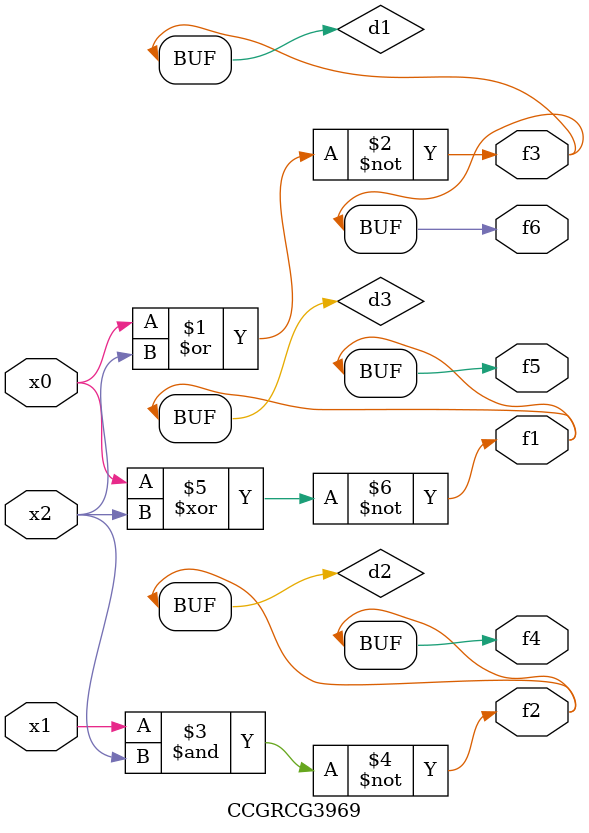
<source format=v>
module CCGRCG3969(
	input x0, x1, x2,
	output f1, f2, f3, f4, f5, f6
);

	wire d1, d2, d3;

	nor (d1, x0, x2);
	nand (d2, x1, x2);
	xnor (d3, x0, x2);
	assign f1 = d3;
	assign f2 = d2;
	assign f3 = d1;
	assign f4 = d2;
	assign f5 = d3;
	assign f6 = d1;
endmodule

</source>
